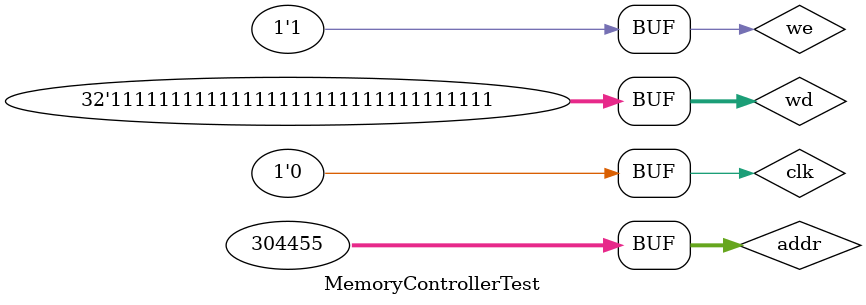
<source format=sv>
module MemoryControllerTest();

	logic clk, we;
	logic[31:0] addr, wd, rd;

	MemoryController DUT(clk, we, addr, wd, rd);
	
	initial begin
	
		addr = 32'd0;
		#10;
		addr = 32'd10000;
		#10;
		addr = 32'd20000;
		#10;
		addr = 32'd30000;
		#10;
		addr = 32'd40000;
		#10;
		addr = 32'd50000;
		#10;
		addr = 32'd60000;
		#10;
		addr = 32'd70000;
		#10;
		addr = 32'd80000;
		#10;
		addr = 32'd90000;
		#10;
		addr = 32'd100000;
		#10;
		addr = 32'd110000;
		#10;
		addr = 32'd120000;
		#10;
		addr = 32'd130000;
		#10;
		addr = 32'd140000;
		#10;
		addr = 32'd150000;
		#10;
		
		clk = 1'b1;
		we = 1'b0;
		addr = 32'd152100;
		wd = 32'b0;
		
		#10;
		
		wd = 32'd152231;
		we = 1'b1;
		clk = 1'b0;
		
		#10;
		
		clk = 1'b1;
		we = 1'b0;
		addr = 32'd152101;
		wd = 32'd65;
		
		#10;
		
		clk = 1'b0;
		
		#10;
		
		addr = 32'd152100;
		clk = 1'b1;
	
		#10;
		
		addr = 32'd0;
		wd = 32'd44;
		clk = 1'b0;
		
		#10;
		
		clk = 1'b1;
		we = 1'b1;
		addr = 32'd304455;
		wd = 32'hffffffff;
		
		#10;
		
		clk = 1'b0;
	
	end

endmodule 
</source>
